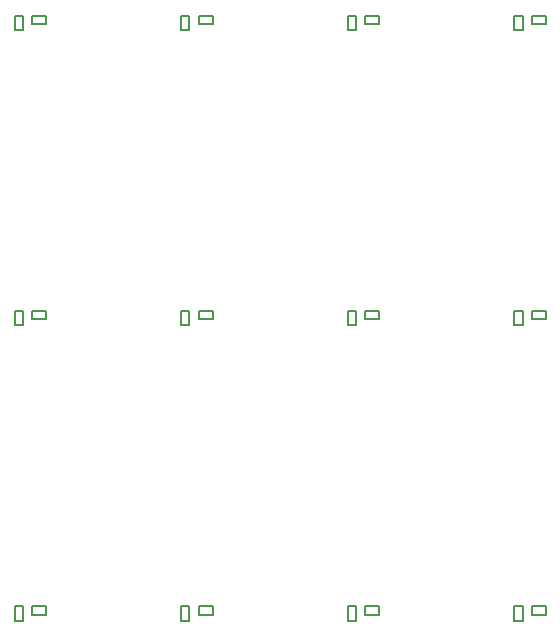
<source format=gbr>
%TF.GenerationSoftware,Altium Limited,Altium Designer,22.0.2 (36)*%
G04 Layer_Color=16711935*
%FSLAX26Y26*%
%MOIN*%
%TF.SameCoordinates,7C2B3453-B62B-4687-BB94-77A5B7653B1A*%
%TF.FilePolarity,Positive*%
%TF.FileFunction,Other,Mechanical_13*%
%TF.Part,CustomerPanel*%
G01*
G75*
%TA.AperFunction,NonConductor*%
%ADD22C,0.007874*%
D22*
X-894409Y-1029842D02*
Y-982598D01*
X-866850D01*
Y-1029842D02*
Y-982598D01*
X-894409Y-1029842D02*
X-866850D01*
X-835846Y-1010157D02*
X-788602D01*
X-835846D02*
Y-982598D01*
X-788602D01*
Y-1010157D02*
Y-982598D01*
X-339094Y-1029842D02*
Y-982598D01*
X-311535D01*
Y-1029842D02*
Y-982598D01*
X-339094Y-1029842D02*
X-311535D01*
X-280531Y-1010157D02*
X-233287D01*
X-280531D02*
Y-982598D01*
X-233287D01*
Y-1010157D02*
Y-982598D01*
X216221Y-1029842D02*
Y-982598D01*
X243780D01*
Y-1029842D02*
Y-982598D01*
X216221Y-1029842D02*
X243780D01*
X274784Y-1010157D02*
X322028D01*
X274784D02*
Y-982598D01*
X322028D01*
Y-1010157D02*
Y-982598D01*
X771536Y-1029842D02*
Y-982598D01*
X799095D01*
Y-1029842D02*
Y-982598D01*
X771536Y-1029842D02*
X799095D01*
X830099Y-1010157D02*
X877343D01*
X830099D02*
Y-982598D01*
X877343D01*
Y-1010157D02*
Y-982598D01*
X-894409Y-45590D02*
Y1654D01*
X-866850D01*
Y-45590D02*
Y1654D01*
X-894409Y-45590D02*
X-866850D01*
X-835846Y-25905D02*
X-788602D01*
X-835846D02*
Y1654D01*
X-788602D01*
Y-25905D02*
Y1654D01*
X-339094Y-45590D02*
Y1654D01*
X-311535D01*
Y-45590D02*
Y1654D01*
X-339094Y-45590D02*
X-311535D01*
X-280531Y-25905D02*
X-233287D01*
X-280531D02*
Y1654D01*
X-233287D01*
Y-25905D02*
Y1654D01*
X216221Y-45590D02*
Y1654D01*
X243780D01*
Y-45590D02*
Y1654D01*
X216221Y-45590D02*
X243780D01*
X274784Y-25905D02*
X322028D01*
X274784D02*
Y1654D01*
X322028D01*
Y-25905D02*
Y1654D01*
X771536Y-45590D02*
Y1654D01*
X799095D01*
Y-45590D02*
Y1654D01*
X771536Y-45590D02*
X799095D01*
X830099Y-25905D02*
X877343D01*
X830099D02*
Y1654D01*
X877343D01*
Y-25905D02*
Y1654D01*
X-894409Y938662D02*
Y985906D01*
X-866850D01*
Y938662D02*
Y985906D01*
X-894409Y938662D02*
X-866850D01*
X-835846Y958347D02*
X-788602D01*
X-835846D02*
Y985906D01*
X-788602D01*
Y958347D02*
Y985906D01*
X-339094Y938662D02*
Y985906D01*
X-311535D01*
Y938662D02*
Y985906D01*
X-339094Y938662D02*
X-311535D01*
X-280531Y958347D02*
X-233287D01*
X-280531D02*
Y985906D01*
X-233287D01*
Y958347D02*
Y985906D01*
X216221Y938662D02*
Y985906D01*
X243780D01*
Y938662D02*
Y985906D01*
X216221Y938662D02*
X243780D01*
X274784Y958347D02*
X322028D01*
X274784D02*
Y985906D01*
X322028D01*
Y958347D02*
Y985906D01*
X771536Y938662D02*
Y985906D01*
X799095D01*
Y938662D02*
Y985906D01*
X771536Y938662D02*
X799095D01*
X830099Y958347D02*
X877343D01*
X830099D02*
Y985906D01*
X877343D01*
Y958347D02*
Y985906D01*
%TF.MD5,48c06448ef1b223fd0f4a1ce1569e910*%
M02*

</source>
